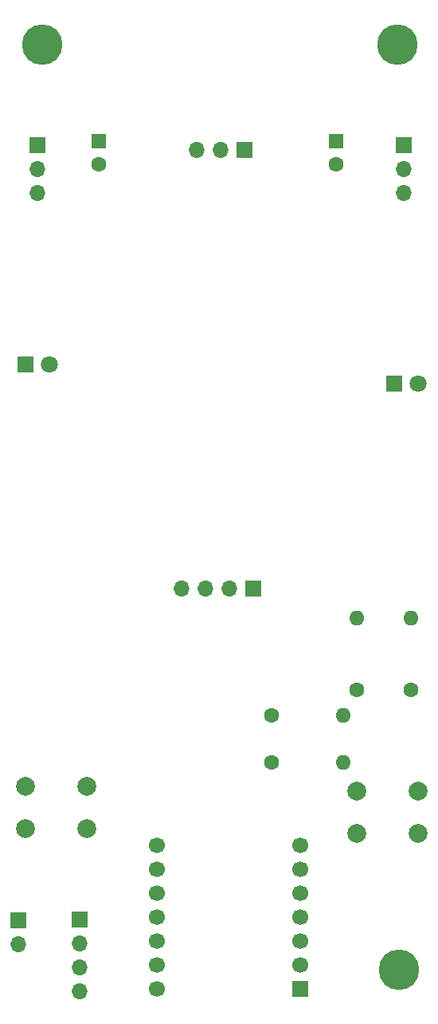
<source format=gbr>
%TF.GenerationSoftware,KiCad,Pcbnew,8.0.5*%
%TF.CreationDate,2025-07-27T14:10:40-07:00*%
%TF.ProjectId,Cashout Station,43617368-6f75-4742-9053-746174696f6e,rev?*%
%TF.SameCoordinates,Original*%
%TF.FileFunction,Soldermask,Bot*%
%TF.FilePolarity,Negative*%
%FSLAX46Y46*%
G04 Gerber Fmt 4.6, Leading zero omitted, Abs format (unit mm)*
G04 Created by KiCad (PCBNEW 8.0.5) date 2025-07-27 14:10:40*
%MOMM*%
%LPD*%
G01*
G04 APERTURE LIST*
%ADD10R,1.700000X1.700000*%
%ADD11O,1.700000X1.700000*%
%ADD12R,1.800000X1.800000*%
%ADD13C,1.800000*%
%ADD14C,4.300000*%
%ADD15C,1.600000*%
%ADD16O,1.600000X1.600000*%
%ADD17R,1.600000X1.600000*%
%ADD18C,1.700000*%
%ADD19C,2.000000*%
G04 APERTURE END LIST*
D10*
%TO.C,BT1*%
X121500000Y-136225000D03*
D11*
X121500000Y-138765000D03*
%TD*%
D10*
%TO.C,M1*%
X123500000Y-53960000D03*
D11*
X123500000Y-56500000D03*
X123500000Y-59040000D03*
%TD*%
D10*
%TO.C,J1*%
X145525000Y-54500000D03*
D11*
X142985000Y-54500000D03*
X140445000Y-54500000D03*
%TD*%
D12*
%TO.C,D1*%
X122210000Y-77250000D03*
D13*
X124750000Y-77250000D03*
%TD*%
D14*
%TO.C,M4*%
X124000000Y-43250000D03*
%TD*%
D15*
%TO.C,R3*%
X163250000Y-111810000D03*
D16*
X163250000Y-104190000D03*
%TD*%
D15*
%TO.C,R1*%
X148440000Y-114500000D03*
D16*
X156060000Y-114500000D03*
%TD*%
D12*
%TO.C,D2*%
X161460000Y-79250000D03*
D13*
X164000000Y-79250000D03*
%TD*%
D10*
%TO.C,U2*%
X128000000Y-136200000D03*
D11*
X128000000Y-138740000D03*
X128000000Y-141280000D03*
X128000000Y-143820000D03*
%TD*%
D14*
%TO.C,M4*%
X162000000Y-141500000D03*
%TD*%
%TO.C,M4*%
X161750000Y-43250000D03*
%TD*%
D17*
%TO.C,C2*%
X155250000Y-53500000D03*
D15*
X155250000Y-56000000D03*
%TD*%
D10*
%TO.C,M2*%
X162500000Y-53960000D03*
D11*
X162500000Y-56500000D03*
X162500000Y-59040000D03*
%TD*%
D10*
%TO.C,U1*%
X151500000Y-143500000D03*
D18*
X151500000Y-140960000D03*
X151500000Y-138420000D03*
X151500000Y-135880000D03*
X151500000Y-133340000D03*
X151500000Y-130800000D03*
X151500000Y-128260000D03*
X136250000Y-128260000D03*
X136250000Y-130800000D03*
X136250000Y-133340000D03*
X136250000Y-135880000D03*
X136250000Y-138420000D03*
X136250000Y-140960000D03*
X136250000Y-143500000D03*
%TD*%
D10*
%TO.C,NFC Connecter*%
X146440000Y-101030000D03*
D11*
X143900000Y-101030000D03*
X141360000Y-101030000D03*
X138820000Y-101030000D03*
%TD*%
D17*
%TO.C,C1*%
X130000000Y-53500000D03*
D15*
X130000000Y-56000000D03*
%TD*%
%TO.C,R4*%
X148440000Y-119500000D03*
D16*
X156060000Y-119500000D03*
%TD*%
D15*
%TO.C,R2*%
X157500000Y-111810000D03*
D16*
X157500000Y-104190000D03*
%TD*%
D19*
%TO.C,SW2*%
X128750000Y-122000000D03*
X122250000Y-122000000D03*
X128750000Y-126500000D03*
X122250000Y-126500000D03*
%TD*%
%TO.C,SW1*%
X164000000Y-122500000D03*
X157500000Y-122500000D03*
X164000000Y-127000000D03*
X157500000Y-127000000D03*
%TD*%
M02*

</source>
